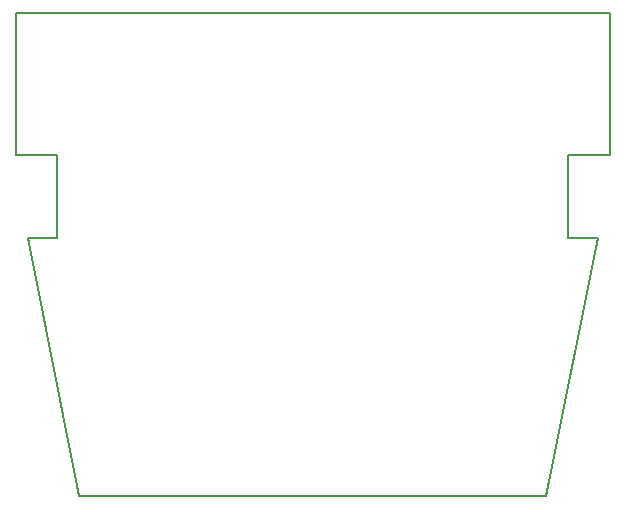
<source format=gbr>
G04 DesignSpark PCB Gerber Version 10.0 Build 5299*
%FSLAX35Y35*%
%MOIN*%
%ADD10C,0.00500*%
X0Y0D02*
D02*
D10*
X32376Y10071D02*
X15289Y96055D01*
X25014D01*
Y123614D01*
X11234D01*
Y171134D01*
X209266D01*
Y123614D01*
X195486D01*
Y96055D01*
X205211D01*
X188124Y10071D01*
X32376D01*
X0Y0D02*
M02*

</source>
